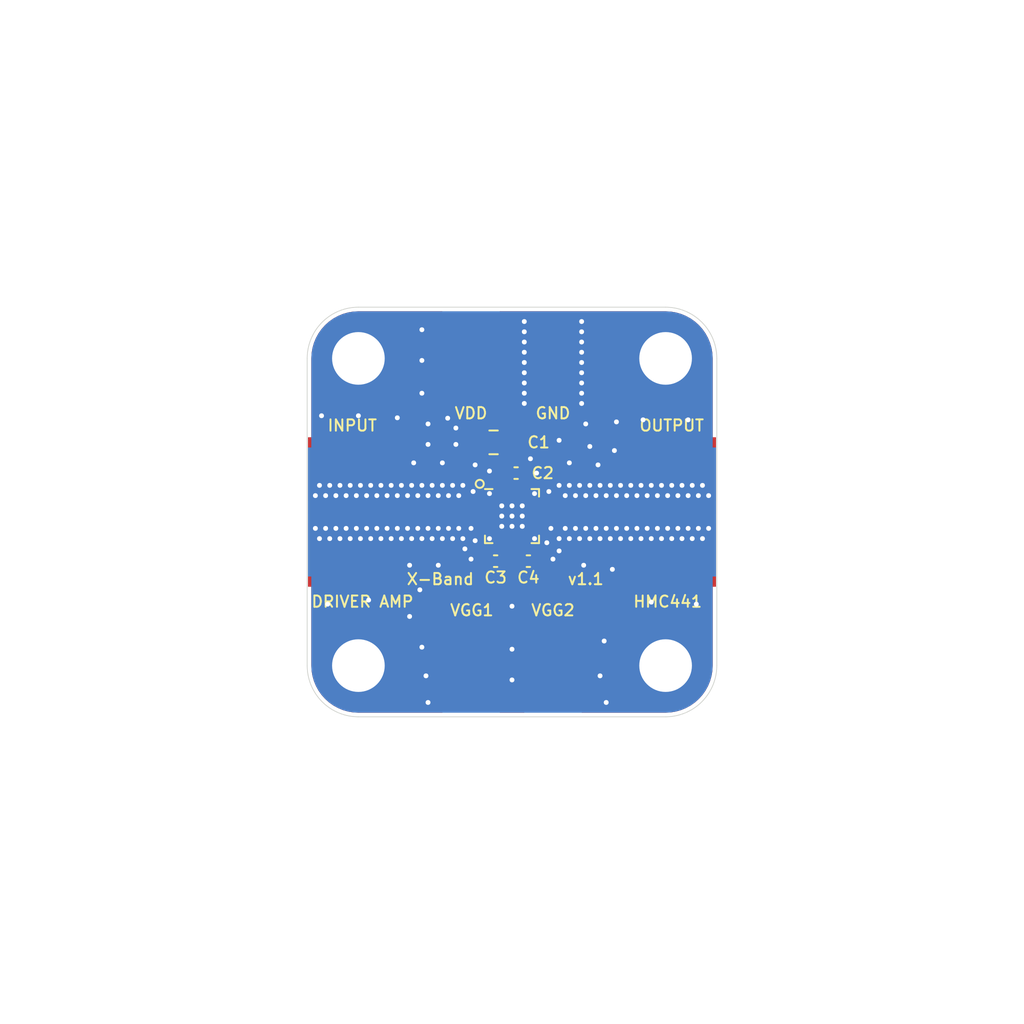
<source format=kicad_pcb>
(kicad_pcb (version 20240108) (generator "pcbnew") (generator_version "8.0")
  (title_block (title "X-Band Amp") (date "2024-07-13") (rev "v1.1") (company "openEPR") (comment 1 "Timothy Keller"))
  (layers (0 "F.Cu" signal) (1 "In1.Cu" signal) (2 "In2.Cu" signal) (31 "B.Cu" signal) (34 "B.Paste" user) (35 "F.Paste" user) (36 "B.SilkS" user "B.Silkscreen") (37 "F.SilkS" user "F.Silkscreen") (38 "B.Mask" user) (39 "F.Mask" user) (44 "Edge.Cuts" user))
  (net 0 "")
  (net 1 "GND")
  (net 2 "Net-(J1-In)")
  (net 3 "Net-(J2-In)")
  (net 4 "VD")
  (net 5 "VGG1")
  (net 6 "VGG2")
  (footprint "Capacitor_SMD:C_0402_1005Metric" (layer "F.Cu") (at 138.684 66.548)
    (property "Reference" "C3" (at 0 1.016 0) (layer "F.SilkS") (effects (font (size 0.7 0.7) (thickness 0.12))))
    (property "Value" "100pF")
    (fp_line (start -0.107836 -0.36) (end 0.107836 -0.36) (stroke (width 0.12)) (layer "F.SilkS"))
    (fp_line (start -0.107836 0.36) (end 0.107836 0.36) (stroke (width 0.12)) (layer "F.SilkS"))
    (pad "1" smd roundrect (at -0.48 0) (size 0.56 0.62) (layers "F.Cu" "F.Paste" "F.Mask") (net 1 "GND"))
    (pad "2" smd roundrect (at 0.48 0) (size 0.56 0.62) (layers "F.Cu" "F.Paste" "F.Mask") (net 5 "VGG1"))
  )
  (footprint "Capacitor_SMD:C_0805_2012Metric" (layer "F.Cu") (at 138.557 59.182)
    (property "Reference" "C1" (at 2.794 0 0) (layer "F.SilkS") (effects (font (size 0.7 0.7) (thickness 0.12))))
    (property "Value" "10nF")
    (fp_line (start -0.261252 -0.735) (end 0.261252 -0.735) (stroke (width 0.12)) (layer "F.SilkS"))
    (fp_line (start -0.261252 0.735) (end 0.261252 0.735) (stroke (width 0.12)) (layer "F.SilkS"))
    (pad "1" smd roundrect (at -0.95 0) (size 1 1.45) (layers "F.Cu" "F.Paste" "F.Mask") (net 1 "GND"))
    (pad "2" smd roundrect (at 0.95 0) (size 1 1.45) (layers "F.Cu" "F.Paste" "F.Mask") (net 4 "VD"))
  )
  (footprint "Capacitor_SMD:C_0402_1005Metric" (layer "F.Cu") (at 140.716 66.548)
    (property "Reference" "C4" (at 0 1.016 360) (layer "F.SilkS") (effects (font (size 0.7 0.7) (thickness 0.12))))
    (property "Value" "100pF")
    (fp_line (start -0.107836 -0.36) (end 0.107836 -0.36) (stroke (width 0.12)) (layer "F.SilkS"))
    (fp_line (start -0.107836 0.36) (end 0.107836 0.36) (stroke (width 0.12)) (layer "F.SilkS"))
    (pad "1" smd roundrect (at -0.48 0) (size 0.56 0.62) (layers "F.Cu" "F.Paste" "F.Mask") (net 6 "VGG2"))
    (pad "2" smd roundrect (at 0.48 0) (size 0.56 0.62) (layers "F.Cu" "F.Paste" "F.Mask") (net 1 "GND"))
  )
  (footprint "_tim-RF:AMPHENOL_901-10513-3_EDGE_LAUNCH_Female" (layer "F.Cu") (at 152.35 63.5 90)
    (property "Reference" "J2" (hide yes))
    (property "Value" "901-10513-3" (hide yes))
    (pad "1" smd roundrect (at 0 -0.5 90) (size 0.35 1) (layers "F.Cu" "F.Paste" "F.Mask") (net 3 "Net-(J2-In)"))
    (pad "2" smd rect (at -2.635 -2.75 90) (size 4 5.5) (layers "F.Cu" "F.Paste" "F.Mask") (net 1 "GND"))
    (pad "2" smd rect (at 0 -1.5 90) (size 8 3) (layers "B.Cu" "B.Paste" "B.Mask") (net 1 "GND"))
    (pad "2" smd rect (at 2.635 -2.75 90) (size 4 5.5) (layers "F.Cu" "F.Paste" "F.Mask") (net 1 "GND"))
  )
  (footprint "_tim-RF:AMPHENOL_901-10513-3_EDGE_LAUNCH_Female" (layer "F.Cu") (at 127.05 63.5 -90)
    (property "Reference" "J1" (hide yes))
    (property "Value" "901-10513-3" (hide yes))
    (pad "1" smd roundrect (at 0 -0.5 270) (size 0.35 1) (layers "F.Cu" "F.Paste" "F.Mask") (net 2 "Net-(J1-In)"))
    (pad "2" smd rect (at -2.635 -2.75 270) (size 4 5.5) (layers "F.Cu" "F.Paste" "F.Mask") (net 1 "GND"))
    (pad "2" smd rect (at 0 -1.5 270) (size 8 3) (layers "B.Cu" "B.Paste" "B.Mask") (net 1 "GND"))
    (pad "2" smd rect (at 2.635 -2.75 270) (size 4 5.5) (layers "F.Cu" "F.Paste" "F.Mask") (net 1 "GND"))
  )
  (footprint "_tim-Mounting-Holes:4-40_Hole_Pad" (layer "F.Cu") (at 149.225 53.975)
    (property "Reference" "H2" (hide yes))
    (property "Value" "4-40" (hide yes))
    (pad "1" thru_hole circle (at 0 0) (size 5.5626 5.5626) (drill 3.2639) (layers "*.Cu" "*.Mask") (net 1 "GND"))
  )
  (footprint "_tim-Mounting-Holes:4-40_Hole_Pad" (layer "F.Cu") (at 130.175 73.025)
    (property "Reference" "H3" (hide yes))
    (property "Value" "4-40" (hide yes))
    (pad "1" thru_hole circle (at 0 0) (size 5.5626 5.5626) (drill 3.2639) (layers "*.Cu" "*.Mask") (net 1 "GND"))
  )
  (footprint "B12T_Hittite:HMC441LP3ETR" (layer "F.Cu") (at 139.7 63.754)
    (property "Reference" "U1" (hide yes))
    (property "Value" "HMC441LP3E" (hide yes))
    (fp_line (start -1.6764 1.209741) (end -1.6764 1.6764) (stroke (width 0.12)) (layer "F.SilkS"))
    (fp_line (start -1.6764 1.6764) (end -1.209741 1.6764) (stroke (width 0.12)) (layer "F.SilkS"))
    (fp_line (start -1.209741 -1.6764) (end -1.6764 -1.6764) (stroke (width 0.12)) (layer "F.SilkS"))
    (fp_line (start 1.209741 1.6764) (end 1.6764 1.6764) (stroke (width 0.12)) (layer "F.SilkS"))
    (fp_line (start 1.6764 -1.6764) (end 1.209741 -1.6764) (stroke (width 0.12)) (layer "F.SilkS"))
    (fp_line (start 1.6764 -1.209741) (end 1.6764 -1.6764) (stroke (width 0.12)) (layer "F.SilkS"))
    (fp_line (start 1.6764 1.6764) (end 1.6764 1.209741) (stroke (width 0.12)) (layer "F.SilkS"))
    (fp_circle (center -2 -2) (end -2.25 -2) (stroke (width 0.12)) (fill none) (layer "F.SilkS"))
    (pad "1" smd rect (at -1.4986 -0.750001 90) (size 0.254 0.7112) (layers "F.Cu" "F.Paste" "F.Mask") (net 1 "GND"))
    (pad "2" smd rect (at -1.4986 -0.25 90) (size 0.254 0.7112) (layers "F.Cu" "F.Paste" "F.Mask") (net 2 "Net-(J1-In)"))
    (pad "3" smd rect (at -1.4986 0.25 90) (size 0.254 0.7112) (layers "F.Cu" "F.Paste" "F.Mask") (net 1 "GND"))
    (pad "4" smd rect (at -1.4986 0.750001 90) (size 0.254 0.7112) (layers "F.Cu" "F.Paste" "F.Mask") (net 1 "GND"))
    (pad "5" smd rect (at -0.750001 1.4986) (size 0.254 0.7112) (layers "F.Cu" "F.Paste" "F.Mask") (net 1 "GND"))
    (pad "6" smd rect (at -0.25 1.4986) (size 0.254 0.7112) (layers "F.Cu" "F.Paste" "F.Mask") (net 5 "VGG1"))
    (pad "7" smd rect (at 0.25 1.4986) (size 0.254 0.7112) (layers "F.Cu" "F.Paste" "F.Mask") (net 6 "VGG2"))
    (pad "8" smd rect (at 0.750001 1.4986) (size 0.254 0.7112) (layers "F.Cu" "F.Paste" "F.Mask") (net 1 "GND"))
    (pad "9" smd rect (at 1.4986 0.750001 90) (size 0.254 0.7112) (layers "F.Cu" "F.Paste" "F.Mask") (net 1 "GND"))
    (pad "10" smd rect (at 1.4986 0.25 90) (size 0.254 0.7112) (layers "F.Cu" "F.Paste" "F.Mask") (net 1 "GND"))
    (pad "11" smd rect (at 1.4986 -0.25 90) (size 0.254 0.7112) (layers "F.Cu" "F.Paste" "F.Mask") (net 3 "Net-(J2-In)"))
    (pad "12" smd rect (at 1.4986 -0.750001 90) (size 0.254 0.7112) (layers "F.Cu" "F.Paste" "F.Mask") (net 1 "GND"))
    (pad "13" smd rect (at 0.750001 -1.4986) (size 0.254 0.7112) (layers "F.Cu" "F.Paste" "F.Mask") (net 1 "GND"))
    (pad "14" smd rect (at 0.25 -1.4986) (size 0.254 0.7112) (layers "F.Cu" "F.Paste" "F.Mask") (net 1 "GND"))
    (pad "15" smd rect (at -0.25 -1.4986) (size 0.254 0.7112) (layers "F.Cu" "F.Paste" "F.Mask") (net 4 "VD"))
    (pad "16" smd rect (at -0.750001 -1.4986) (size 0.254 0.7112) (layers "F.Cu" "F.Paste" "F.Mask") (net 1 "GND"))
    (pad "17" thru_hole circle (at -0.635 -0.635) (size 0.508 0.508) (drill 0.3048) (layers "*.Cu" "F.Mask") (net 1 "GND"))
    (pad "17" thru_hole circle (at -0.635 0) (size 0.508 0.508) (drill 0.3048) (layers "*.Cu" "F.Mask") (net 1 "GND"))
    (pad "17" thru_hole circle (at -0.635 0.635) (size 0.508 0.508) (drill 0.3048) (layers "*.Cu" "F.Mask") (net 1 "GND"))
    (pad "17" thru_hole circle (at 0 -0.635) (size 0.508 0.508) (drill 0.3048) (layers "*.Cu" "F.Mask") (net 1 "GND"))
    (pad "17" thru_hole circle (at 0 0) (size 0.508 0.508) (drill 0.3048) (layers "*.Cu" "F.Mask") (net 1 "GND"))
    (pad "17" smd rect (at 0 0) (size 1.9558 1.9558) (layers "F.Cu" "F.Paste" "F.Mask") (net 1 "GND"))
    (pad "17" thru_hole circle (at 0 0.635) (size 0.508 0.508) (drill 0.3048) (layers "*.Cu" "F.Mask") (net 1 "GND"))
    (pad "17" thru_hole circle (at 0.635 -0.635) (size 0.508 0.508) (drill 0.3048) (layers "*.Cu" "F.Mask") (net 1 "GND"))
    (pad "17" thru_hole circle (at 0.635 0) (size 0.508 0.508) (drill 0.3048) (layers "*.Cu" "F.Mask") (net 1 "GND"))
    (pad "17" thru_hole circle (at 0.635 0.635) (size 0.508 0.508) (drill 0.3048) (layers "*.Cu" "F.Mask") (net 1 "GND"))
  )
  (footprint "Capacitor_SMD:C_0402_1005Metric" (layer "F.Cu") (at 139.954 61.087 180)
    (property "Reference" "C2" (at -1.651 0 180) (layer "F.SilkS") (effects (font (size 0.7 0.7) (thickness 0.12))))
    (property "Value" "100pF")
    (fp_line (start -0.107836 0.36) (end 0.107836 0.36) (stroke (width 0.12)) (layer "F.SilkS"))
    (fp_line (start -0.107836 -0.36) (end 0.107836 -0.36) (stroke (width 0.12)) (layer "F.SilkS"))
    (pad "1" smd roundrect (at -0.48 0 180) (size 0.56 0.62) (layers "F.Cu" "F.Paste" "F.Mask") (net 1 "GND"))
    (pad "2" smd roundrect (at 0.48 0 180) (size 0.56 0.62) (layers "F.Cu" "F.Paste" "F.Mask") (net 4 "VD"))
  )
  (footprint "_tim-Mounting-Holes:4-40_Hole_Pad" (layer "F.Cu") (at 149.225 73.025)
    (property "Reference" "H4" (hide yes))
    (property "Value" "4-40" (hide yes))
    (pad "1" thru_hole circle (at 0 0) (size 5.5626 5.5626) (drill 3.2639) (layers "*.Cu" "*.Mask") (net 1 "GND"))
  )
  (footprint "_tim-Mounting-Holes:4-40_Hole_Pad" (layer "F.Cu") (at 130.175 53.975)
    (property "Reference" "H1" (hide yes))
    (property "Value" "4-40" (hide yes))
    (pad "1" thru_hole circle (at 0 0) (size 5.5626 5.5626) (drill 3.2639) (layers "*.Cu" "*.Mask") (net 1 "GND"))
  )
  (gr_line (start 152.4 53.975) (end 152.4 73.025) (stroke (width 0.05)) (layer "Edge.Cuts"))
  (gr_line (start 130.175 50.8) (end 149.225 50.8) (stroke (width 0.05)) (layer "Edge.Cuts"))
  (gr_arc (start 149.225 50.8) (mid 151.470064 51.729936) (end 152.4 53.975) (stroke (width 0.05)) (layer "Edge.Cuts"))
  (gr_arc (start 130.175 76.2) (mid 127.929936 75.270064) (end 127 73.025) (stroke (width 0.05)) (layer "Edge.Cuts"))
  (gr_line (start 149.225 76.2) (end 130.175 76.2) (stroke (width 0.05)) (layer "Edge.Cuts"))
  (gr_line (start 127 73.025) (end 127 53.975) (stroke (width 0.05)) (layer "Edge.Cuts"))
  (gr_arc (start 152.4 73.025) (mid 151.470064 75.270064) (end 149.225 76.2) (stroke (width 0.05)) (layer "Edge.Cuts"))
  (gr_arc (start 127 53.975) (mid 127.929936 51.729936) (end 130.175 50.8) (stroke (width 0.05)) (layer "Edge.Cuts"))
  (gr_text "OUTPUT" (at 149.606 58.547 0) (layer "F.SilkS") (effects (font (size 0.7 0.7) (thickness 0.12)) (justify bottom)))
  (gr_text "HMC441" (at 149.352 69.469 0) (layer "F.SilkS") (effects (font (size 0.7 0.7) (thickness 0.12)) (justify bottom)))
  (gr_text "VDD" (at 137.16 57.785 0) (layer "F.SilkS") (effects (font (size 0.7 0.7) (thickness 0.12)) (justify bottom)))
  (gr_text "${REVISION}" (at 144.272 68.072 0) (layer "F.SilkS") (effects (font (size 0.7 0.7) (thickness 0.12)) (justify bottom)))
  (gr_text "X-Band" (at 135.255 68.072 0) (layer "F.SilkS") (effects (font (size 0.7 0.7) (thickness 0.12)) (justify bottom)))
  (gr_text "VGG2" (at 142.24 70.0024 0) (layer "F.SilkS") (effects (font (size 0.7 0.7) (thickness 0.12)) (justify bottom)))
  (gr_text "VGG1" (at 137.2108 70.0024 0) (layer "F.SilkS") (effects (font (size 0.7 0.7) (thickness 0.12)) (justify bottom)))
  (gr_text "DRIVER AMP" (at 130.429 69.469 0) (layer "F.SilkS") (effects (font (size 0.7 0.7) (thickness 0.12)) (justify bottom)))
  (gr_text "GND" (at 142.24 57.785 0) (layer "F.SilkS") (effects (font (size 0.7 0.7) (thickness 0.12)) (justify bottom)))
  (gr_text "INPUT" (at 129.794 58.547 0) (layer "F.SilkS") (effects (font (size 0.7 0.7) (thickness 0.12)) (justify bottom)))
  (segment (start 138.949999 64.504001) (end 139.065 64.389) (width 0.25) (layer "F.Cu") (net 1))
  (segment (start 139.95 62.2554) (end 139.95 62.869) (width 0.25) (layer "F.Cu") (net 1))
  (segment (start 140.450001 63.003999) (end 140.335 63.119) (width 0.25) (layer "F.Cu") (net 1))
  (segment (start 140.585 64.004) (end 140.335 63.754) (width 0.25) (layer "F.Cu") (net 1))
  (segment (start 138.2014 63.003999) (end 138.949999 63.003999) (width 0.25) (layer "F.Cu") (net 1))
  (segment (start 138.949999 63.003999) (end 139.7 63.754) (width 0.25) (layer "F.Cu") (net 1))
  (segment (start 140.450001 65.2526) (end 140.450001 64.504001) (width 0.25) (layer "F.Cu") (net 1))
  (segment (start 138.949999 63.003999) (end 139.065 63.119) (width 0.25) (layer "F.Cu") (net 1))
  (segment (start 138.2014 64.004) (end 138.815 64.004) (width 0.25) (layer "F.Cu") (net 1))
  (segment (start 138.949999 65.2526) (end 138.949999 64.504001) (width 0.25) (layer "F.Cu") (net 1))
  (segment (start 141.1986 63.003999) (end 140.450001 63.003999) (width 0.25) (layer "F.Cu") (net 1))
  (segment (start 141.1986 64.004) (end 140.585 64.004) (width 0.25) (layer "F.Cu") (net 1))
  (segment (start 140.450001 64.504001) (end 140.335 64.389) (width 0.25) (layer "F.Cu") (net 1))
  (segment (start 138.815 64.004) (end 139.065 63.754) (width 0.25) (layer "F.Cu") (net 1))
  (segment (start 138.949999 62.2554) (end 138.949999 63.003999) (width 0.25) (layer "F.Cu") (net 1))
  (segment (start 139.95 62.869) (end 139.7 63.119) (width 0.25) (layer "F.Cu") (net 1))
  (via (at 140.462 52.324) (size 0.6) (drill 0.3) (layers "F.Cu" "B.Cu") (net 1))
  (via (at 148.082 62.484) (size 0.6) (drill 0.3) (layers "F.Cu" "B.Cu") (net 1))
  (via (at 140.462 56.769) (size 0.6) (drill 0.3) (layers "F.Cu" "B.Cu") (net 1))
  (via (at 132.588 62.484) (size 0.6) (drill 0.3) (layers "F.Cu" "B.Cu") (net 1))
  (via (at 143.256 61.849) (size 0.6) (drill 0.3) (layers "F.Cu" "B.Cu") (net 1))
  (via (at 137.287 62.23) (size 0.6) (drill 0.3) (layers "F.Cu" "B.Cu") (net 1))
  (via (at 133.858 62.484) (size 0.6) (drill 0.3) (layers "F.Cu" "B.Cu") (net 1))
  (via (at 131.953 64.516) (size 0.6) (drill 0.3) (layers "F.Cu" "B.Cu") (net 1))
  (via (at 132.842 61.849) (size 0.6) (drill 0.3) (layers "F.Cu" "B.Cu") (net 1))
  (via (at 130.048 64.516) (size 0.6) (drill 0.3) (layers "F.Cu" "B.Cu") (net 1))
  (via (at 147.447 62.484) (size 0.6) (drill 0.3) (layers "F.Cu" "B.Cu") (net 1))
  (via (at 148.717 62.484) (size 0.6) (drill 0.3) (layers "F.Cu" "B.Cu") (net 1))
  (via (at 133.477 61.849) (size 0.6) (drill 0.3) (layers "F.Cu" "B.Cu") (net 1))
  (via (at 146.177 64.516) (size 0.6) (drill 0.3) (layers "F.Cu" "B.Cu") (net 1))
  (via (at 148.971 61.849) (size 0.6) (drill 0.3) (layers "F.Cu" "B.Cu") (net 1))
  (via (at 148.717 64.516) (size 0.6) (drill 0.3) (layers "F.Cu" "B.Cu") (net 1))
  (via (at 136.017 61.849) (size 0.6) (drill 0.3) (layers "F.Cu" "B.Cu") (net 1))
  (via (at 140.462 52.959) (size 0.6) (drill 0.3) (layers "F.Cu" "B.Cu") (net 1))
  (via (at 137.16 66.421) (size 0.6) (drill 0.3) (layers "F.Cu" "B.Cu") (net 1))
  (via (at 149.606 65.151) (size 0.6) (drill 0.3) (layers "F.Cu" "B.Cu") (net 1))
  (via (at 134.112 56.134) (size 0.6) (drill 0.3) (layers "F.Cu" "B.Cu") (net 1))
  (via (at 134.493 62.484) (size 0.6) (drill 0.3) (layers "F.Cu" "B.Cu") (net 1))
  (via (at 144.018 56.134) (size 0.6) (drill 0.3) (layers "F.Cu" "B.Cu") (net 1))
  (via (at 149.987 64.516) (size 0.6) (drill 0.3) (layers "F.Cu" "B.Cu") (net 1))
  (via (at 142.621 61.849) (size 0.6) (drill 0.3) (layers "F.Cu" "B.Cu") (net 1))
  (via (at 132.842 65.151) (size 0.6) (drill 0.3) (layers "F.Cu" "B.Cu") (net 1))
  (via (at 144.018 51.689) (size 0.6) (drill 0.3) (layers "F.Cu" "B.Cu") (net 1))
  (via (at 134.493 58.039) (size 0.6) (drill 0.3) (layers "F.Cu" "B.Cu") (net 1))
  (via (at 135.763 62.484) (size 0.6) (drill 0.3) (layers "F.Cu" "B.Cu") (net 1))
  (via (at 143.256 60.452) (size 0.6) (drill 0.3) (layers "F.Cu" "B.Cu") (net 1))
  (via (at 147.066 61.849) (size 0.6) (drill 0.3) (layers "F.Cu" "B.Cu") (net 1))
  (via (at 149.606 61.849) (size 0.6) (drill 0.3) (layers "F.Cu" "B.Cu") (net 1))
  (via (at 144.018 54.864) (size 0.6) (drill 0.3) (layers "F.Cu" "B.Cu") (net 1))
  (via (at 135.128 62.484) (size 0.6) (drill 0.3) (layers "F.Cu" "B.Cu") (net 1))
  (via (at 145.796 65.151) (size 0.6) (drill 0.3) (layers "F.Cu" "B.Cu") (net 1))
  (via (at 143.891 65.151) (size 0.6) (drill 0.3) (layers "F.Cu" "B.Cu") (net 1))
  (via (at 134.366 73.66) (size 0.6) (drill 0.3) (layers "F.Cu" "B.Cu") (net 1))
  (via (at 150.241 65.151) (size 0.6) (drill 0.3) (layers "F.Cu" "B.Cu") (net 1))
  (via (at 139.7 69.342) (size 0.6) (drill 0.3) (layers "F.Cu" "B.Cu") (net 1))
  (via (at 148.336 69.088) (size 0.6) (drill 0.3) (layers "F.Cu" "B.Cu") (net 1))
  (via (at 149.352 62.484) (size 0.6) (drill 0.3) (layers "F.Cu" "B.Cu") (net 1))
  (via (at 144.272 62.484) (size 0.6) (drill 0.3) (layers "F.Cu" "B.Cu") (net 1))
  (via (at 133.223 62.484) (size 0.6) (drill 0.3) (layers "F.Cu" "B.Cu") (net 1))
  (via (at 140.462 51.689) (size 0.6) (drill 0.3) (layers "F.Cu" "B.Cu") (net 1))
  (via (at 140.462 54.229) (size 0.6) (drill 0.3) (layers "F.Cu" "B.Cu") (net 1))
  (via (at 132.588 64.516) (size 0.6) (drill 0.3) (layers "F.Cu" "B.Cu") (net 1))
  (via (at 148.336 61.849) (size 0.6) (drill 0.3) (layers "F.Cu" "B.Cu") (net 1))
  (via (at 131.953 62.484) (size 0.6) (drill 0.3) (layers "F.Cu" "B.Cu") (net 1))
  (via (at 140.843 60.198) (size 0.6) (drill 0.3) (layers "F.Cu" "B.Cu") (net 1))
  (via (at 140.462 55.499) (size 0.6) (drill 0.3) (layers "F.Cu" "B.Cu") (net 1))
  (via (at 143.891 61.849) (size 0.6) (drill 0.3) (layers "F.Cu" "B.Cu") (net 1))
  (via (at 142.113 64.516) (size 0.6) (drill 0.3) (layers "F.Cu" "B.Cu") (net 1))
  (via (at 144.018 55.499) (size 0.6) (drill 0.3) (layers "F.Cu" "B.Cu") (net 1))
  (via (at 150.622 62.484) (size 0.6) (drill 0.3) (layers "F.Cu" "B.Cu") (net 1))
  (via (at 128.397 61.849) (size 0.6) (drill 0.3) (layers "F.Cu" "B.Cu") (net 1))
  (via (at 135.382 61.849) (size 0.6) (drill 0.3) (layers "F.Cu" "B.Cu") (net 1))
  (via (at 146.177 57.912) (size 0.6) (drill 0.3) (layers "F.Cu" "B.Cu") (net 1))
  (via (at 144.018 54.229) (size 0.6) (drill 0.3) (layers "F.Cu" "B.Cu") (net 1))
  (via (at 135.382 65.151) (size 0.6) (drill 0.3) (layers "F.Cu" "B.Cu") (net 1))
  (via (at 137.414 65.278) (size 0.6) (drill 0.3) (layers "F.Cu" "B.Cu") (net 1))
  (via (at 127.889 57.531) (size 0.6) (drill 0.3) (layers "F.Cu" "B.Cu") (net 1))
  (via (at 129.032 65.151) (size 0.6) (drill 0.3) (layers "F.Cu" "B.Cu") (net 1))
  (via (at 150.241 61.849) (size 0.6) (drill 0.3) (layers "F.Cu" "B.Cu") (net 1))
  (via (at 134.493 59.309) (size 0.6) (drill 0.3) (layers "F.Cu" "B.Cu") (net 1))
  (via (at 133.35 66.802) (size 0.6) (drill 0.3) (layers "F.Cu" "B.Cu") (net 1))
  (via (at 132.207 65.151) (size 0.6) (drill 0.3) (layers "F.Cu" "B.Cu") (net 1))
  (via (at 145.542 64.516) (size 0.6) (drill 0.3) (layers "F.Cu" "B.Cu") (net 1))
  (via (at 146.812 62.484) (size 0.6) (drill 0.3) (layers "F.Cu" "B.Cu") (net 1))
  (via (at 145.161 65.151) (size 0.6) (drill 0.3) (layers "F.Cu" "B.Cu") (net 1))
  (via (at 136.652 65.151) (size 0.6) (drill 0.3) (layers "F.Cu" "B.Cu") (net 1))
  (via (at 135.128 64.516) (size 0.6) (drill 0.3) (layers "F.Cu" "B.Cu") (net 1))
  (via (at 144.526 59.436) (size 0.6) (drill 0.3) (layers "F.Cu" "B.Cu") (net 1))
  (via (at 133.35 69.977) (size 0.6) (drill 0.3) (layers "F.Cu" "B.Cu") (net 1))
  (via (at 143.002 64.516) (size 0.6) (drill 0.3) (layers "F.Cu" "B.Cu") (net 1))
  (via (at 151.511 61.849) (size 0.6) (drill 0.3) (layers "F.Cu" "B.Cu") (net 1))
  (via (at 142.621 65.913) (size 0.6) (drill 0.3) (layers "F.Cu" "B.Cu") (net 1))
  (via (at 145.161 61.849) (size 0.6) (drill 0.3) (layers "F.Cu" "B.Cu") (net 1))
  (via (at 136.398 62.484) (size 0.6) (drill 0.3) (layers "F.Cu" "B.Cu") (net 1))
  (via (at 138.303 62.357) (size 0.6) (drill 0.3) (layers "F.Cu" "B.Cu") (net 1))
  (via (at 150.876 61.849) (size 0.6) (drill 0.3) (layers "F.Cu" "B.Cu") (net 1))
  (via (at 133.985 68.326) (size 0.6) (drill 0.3) (layers "F.Cu" "B.Cu") (net 1))
  (via (at 145.542 75.311) (size 0.6) (drill 0.3) (layers "F.Cu" "B.Cu") (net 1))
  (via (at 146.05 59.69) (size 0.6) (drill 0.3) (layers "F.Cu" "B.Cu") (net 1))
  (via (at 129.032 61.849) (size 0.6) (drill 0.3) (layers "F.Cu" "B.Cu") (net 1))
  (via (at 138.303 60.96) (size 0.6) (drill 0.3) (layers "F.Cu" "B.Cu") (net 1))
  (via (at 137.16 64.516) (size 0.6) (drill 0.3) (layers "F.Cu" "B.Cu") (net 1))
  (via (at 148.971 65.151) (size 0.6) (drill 0.3) (layers "F.Cu" "B.Cu") (net 1))
  (via (at 127.508 64.516) (size 0.6) (drill 0.3) (layers "F.Cu" "B.Cu") (net 1))
  (via (at 139.7 73.914) (size 0.6) (drill 0.3) (layers "F.Cu" "B.Cu") (net 1))
  (via (at 138.303 65.151) (size 0.6) (drill 0.3) (layers "F.Cu" "B.Cu") (net 1))
  (via (at 151.257 62.484) (size 0.6) (drill 0.3) (layers "F.Cu" "B.Cu") (net 1))
  (via (at 143.002 62.484) (size 0.6) (drill 0.3) (layers "F.Cu" "B.Cu") (net 1))
  (via (at 147.701 65.151) (size 0.6) (drill 0.3) (layers "F.Cu" "B.Cu") (net 1))
  (via (at 145.161 73.66) (size 0.6) (drill 0.3) (layers "F.Cu" "B.Cu") (net 1))
  (via (at 128.143 62.484) (size 0.6) (drill 0.3) (layers "F.Cu" "B.Cu") (net 1))
  (via (at 130.937 61.849) (size 0.6) (drill 0.3) (layers "F.Cu" "B.Cu") (net 1))
  (via (at 144.526 61.849) (size 0.6) (drill 0.3) (layers "F.Cu" "B.Cu") (net 1))
  (via (at 129.667 61.849) (size 0.6) (drill 0.3) (layers "F.Cu" "B.Cu") (net 1))
  (via (at 134.493 64.516) (size 0.6) (drill 0.3) (layers "F.Cu" "B.Cu") (net 1))
  (via (at 139.7 72.009) (size 0.6) (drill 0.3) (layers "F.Cu" "B.Cu") (net 1))
  (via (at 140.462 56.134) (size 0.6) (drill 0.3) (layers "F.Cu" "B.Cu") (net 1))
  (via (at 133.604 60.452) (size 0.6) (drill 0.3) (layers "F.Cu" "B.Cu") (net 1))
  (via (at 127.762 61.849) (size 0.6) (drill 0.3) (layers "F.Cu" "B.Cu") (net 1))
  (via (at 136.017 65.151) (size 0.6) (drill 0.3) (layers "F.Cu" "B.Cu") (net 1))
  (via (at 128.778 64.516) (size 0.6) (drill 0.3) (layers "F.Cu" "B.Cu") (net 1))
  (via (at 142.621 59.055) (size 0.6) (drill 0.3) (layers "F.Cu" "B.Cu") (net 1))
  (via (at 129.667 65.151) (size 0.6) (drill 0.3) (layers "F.Cu" "B.Cu") (net 1))
  (via (at 131.318 62.484) (size 0.6) (drill 0.3) (layers "F.Cu" "B.Cu") (net 1))
  (via (at 148.336 65.151) (size 0.6) (drill 0.3) (layers "F.Cu" "B.Cu") (net 1))
  (via (at 128.143 64.516) (size 0.6) (drill 0.3) (layers "F.Cu" "B.Cu") (net 1))
  (via (at 144.018 53.594) (size 0.6) (drill 0.3) (layers "F.Cu" "B.Cu") (net 1))
  (via (at 151.13 69.215) (size 0.6) (drill 0.3) (layers "F.Cu" "B.Cu") (net 1))
  (via (at 145.034 60.579) (size 0.6) (drill 0.3) (layers "F.Cu" "B.Cu") (net 1))
  (via (at 131.318 64.516) (size 0.6) (drill 0.3) (layers "F.Cu" "B.Cu") (net 1))
  (via (at 135.128 66.802) (size 0.6) (drill 0.3) (layers "F.Cu" "B.Cu") (net 1))
  (via (at 141.097 62.357) (size 0.6) (drill 0.3) (layers "F.Cu" "B.Cu") (net 1))
  (via (at 147.066 65.151) (size 0.6) (drill 0.3) (layers "F.Cu" "B.Cu") (net 1))
  (via (at 133.223 64.516) (size 0.6) (drill 0.3) (layers "F.Cu" "B.Cu") (net 1))
  (via (at 144.018 56.769) (size 0.6) (drill 0.3) (layers "F.Cu" "B.Cu") (net 1))
  (via (at 149.352 64.516) (size 0.6) (drill 0.3) (layers "F.Cu" "B.Cu") (net 1))
  (via (at 145.542 62.484) (size 0.6) (drill 0.3) (layers "F.Cu" "B.Cu") (net 1))
  (via (at 141.859 65.405) (size 0.6) (drill 0.3) (layers "F.Cu" "B.Cu") (net 1))
  (via (at 147.447 64.516) (size 0.6) (drill 0.3) (layers "F.Cu" "B.Cu") (net 1))
  (via (at 130.302 65.151) (size 0.6) (drill 0.3) (layers "F.Cu" "B.Cu") (net 1))
  (via (at 151.892 64.516) (size 0.6) (drill 0.3) (layers "F.Cu" "B.Cu") (net 1))
  (via (at 143.637 64.516) (size 0.6) (drill 0.3) (layers "F.Cu" "B.Cu") (net 1))
  (via (at 128.397 65.151) (size 0.6) (drill 0.3) (layers "F.Cu" "B.Cu") (net 1))
  (via (at 142.24 66.421) (size 0.6) (drill 0.3) (layers "F.Cu" "B.Cu") (net 1))
  (via (at 144.018 52.959) (size 0.6) (drill 0.3) (layers "F.Cu" "B.Cu") (net 1))
  (via (at 150.622 64.516) (size 0.6) (drill 0.3) (layers "F.Cu" "B.Cu") (net 1))
  (via (at 140.462 53.594) (size 0.6) (drill 0.3) (layers "F.Cu" "B.Cu") (net 1))
  (via (at 127.508 62.484) (size 0.6) (drill 0.3) (layers "F.Cu" "B.Cu") (net 1))
  (via (at 130.683 62.484) (size 0.6) (drill 0.3) (layers "F.Cu" "B.Cu") (net 1))
  (via (at 131.572 65.151) (size 0.6) (drill 0.3) (layers "F.Cu" "B.Cu") (net 1))
  (via (at 127.762 65.151) (size 0.6) (drill 0.3) (layers "F.Cu" "B.Cu") (net 1))
  (via (at 150.622 57.785) (size 0.6) (drill 0.3) (layers "F.Cu" "B.Cu") (net 1))
  (via (at 144.907 62.484) (size 0.6) (drill 0.3) (layers "F.Cu" "B.Cu") (net 1))
  (via (at 136.398 64.516) (size 0.6) (drill 0.3) (layers "F.Cu" "B.Cu") (net 1))
  (via (at 132.588 57.658) (size 0.6) (drill 0.3) (layers "F.Cu" "B.Cu") (net 1))
  (via (at 134.112 61.849) (size 0.6) (drill 0.3) (layers "F.Cu" "B.Cu") (net 1))
  (via (at 144.272 64.516) (size 0.6) (drill 0.3) (layers "F.Cu" "B.Cu") (net 1))
  (via (at 128.778 62.484) (size 0.6) (drill 0.3) (layers "F.Cu" "B.Cu") (net 1))
  (via (at 149.987 62.484) (size 0.6) (drill 0.3) (layers "F.Cu" "B.Cu") (net 1))
  (via (at 145.415 71.501) (size 0.6) (drill 0.3) (layers "F.Cu" "B.Cu") (net 1))
  (via (at 151.257 64.516) (size 0.6) (drill 0.3) (layers "F.Cu" "B.Cu") (net 1))
  (via (at 143.256 65.151) (size 0.6) (drill 0.3) (layers "F.Cu" "B.Cu") (net 1))
  (via (at 150.876 65.151) (size 0.6) (drill 0.3) (layers "F.Cu" "B.Cu") (net 1))
  (via (at 130.81 68.961) (size 0.6) (drill 0.3) (layers "F.Cu" "B.Cu") (net 1))
  (via (at 136.779 65.786) (size 0.6) (drill 0.3) (layers "F.Cu" "B.Cu") (net 1))
  (via (at 130.683 64.516) (size 0.6) (drill 0.3) (layers "F.Cu" "B.Cu") (net 1))
  (via (at 146.177 62.484) (size 0.6) (drill 0.3) (layers "F.Cu" "B.Cu") (net 1))
  (via (at 135.7122 57.6834) (size 0.6) (drill 0.3) (layers "F.Cu" "B.Cu") (net 1))
  (via (at 151.892 62.484) (size 0.6) (drill 0.3) (layers "F.Cu" "B.Cu") (net 1))
  (via (at 143.637 62.484) (size 0.6) (drill 0.3) (layers "F.Cu" "B.Cu") (net 1))
  (via (at 130.048 62.484) (size 0.6) (drill 0.3) (layers "F.Cu" "B.Cu") (net 1))
  (via (at 129.413 64.516) (size 0.6) (drill 0.3) (layers "F.Cu" "B.Cu") (net 1))
  (via (at 141.224 61.087) (size 0.6) (drill 0.3) (layers "F.Cu" "B.Cu") (net 1))
  (via (at 136.2202 58.293) (size 0.6) (drill 0.3) (layers "F.Cu" "B.Cu") (net 1))
  (via (at 140.462 54.864) (size 0.6) (drill 0.3) (layers "F.Cu" "B.Cu") (net 1))
  (via (at 144.526 65.151) (size 0.6) (drill 0.3) (layers "F.Cu" "B.Cu") (net 1))
  (via (at 141.986 62.23) (size 0.6) (drill 0.3) (layers "F.Cu" "B.Cu") (net 1))
  (via (at 129.413 62.484) (size 0.6) (drill 0.3) (layers "F.Cu" "B.Cu") (net 1))
  (via (at 134.493 75.311) (size 0.6) (drill 0.3) (layers "F.Cu" "B.Cu") (net 1))
  (via (at 134.112 71.882) (size 0.6) (drill 0.3) (layers "F.Cu" "B.Cu") (net 1))
  (via (at 130.937 65.151) (size 0.6) (drill 0.3) (layers "F.Cu" "B.Cu") (net 1))
  (via (at 147.828 57.785) (size 0.6) (drill 0.3) (layers "F.Cu" "B.Cu") (net 1))
  (via (at 135.763 64.516) (size 0.6) (drill 0.3) (layers "F.Cu" "B.Cu") (net 1))
  (via (at 141.097 65.151) (size 0.6) (drill 0.3) (layers "F.Cu" "B.Cu") (net 1))
  (via (at 133.477 65.151) (size 0.6) (drill 0.3) (layers "F.Cu" "B.Cu") (net 1))
  (via (at 134.112 65.151) (size 0.6) (drill 0.3) (layers "F.Cu" "B.Cu") (net 1))
  (via (at 147.701 61.849) (size 0.6) (drill 0.3) (layers "F.Cu" "B.Cu") (net 1))
  (via (at 145.923 67.056) (size 0.6) (drill 0.3) (layers "F.Cu" "B.Cu") (net 1))
  (via (at 131.572 61.849) (size 0.6) (drill 0.3) (layers "F.Cu" "B.Cu") (net 1))
  (via (at 142.621 65.151) (size 0.6) (drill 0.3) (layers "F.Cu" "B.Cu") (net 1))
  (via (at 133.858 64.516) (size 0.6) (drill 0.3) (layers "F.Cu" "B.Cu") (net 1))
  (via (at 144.018 52.324) (size 0.6) (drill 0.3) (layers "F.Cu" "B.Cu") (net 1))
  (via (at 136.652 61.849) (size 0.6) (drill 0.3) (layers "F.Cu" "B.Cu") (net 1))
  (via (at 135.382 60.452) (size 0.6) (drill 0.3) (layers "F.Cu" "B.Cu") (net 1))
  (via (at 144.145 66.802) (size 0.6) (drill 0.3) (layers "F.Cu" "B.Cu") (net 1))
  (via (at 146.431 65.151) (size 0.6) (drill 0.3) (layers "F.Cu" "B.Cu") (net 1))
  (via (at 134.112 52.197) (size 0.6) (drill 0.3) (layers "F.Cu" "B.Cu") (net 1))
  (via (at 144.272 58.039) (size 0.6) (drill 0.3) (layers "F.Cu" "B.Cu") (net 1))
  (via (at 145.796 61.849) (size 0.6) (drill 0.3) (layers "F.Cu" "B.Cu") (net 1))
  (via (at 134.747 65.151) (size 0.6) (drill 0.3) (layers "F.Cu" "B.Cu") (net 1))
  (via (at 148.082 64.516) (size 0.6) (drill 0.3) (layers "F.Cu" "B.Cu") (net 1))
  (via (at 137.414 60.579) (size 0.6) (drill 0.3) (layers "F.Cu" "B.Cu") (net 1))
  (via (at 134.112 54.102) (size 0.6) (drill 0.3) (layers "F.Cu" "B.Cu") (net 1))
  (via (at 144.907 64.516) (size 0.6) (drill 0.3) (layers "F.Cu" "B.Cu") (net 1))
  (via (at 132.207 61.849) (size 0.6) (drill 0.3) (layers "F.Cu" "B.Cu") (net 1))
  (via (at 128.27 69.215) (size 0.6) (drill 0.3) (layers "F.Cu" "B.Cu") (net 1))
  (via (at 146.812 64.516) (size 0.6) (drill 0.3) (layers "F.Cu" "B.Cu") (net 1))
  (via (at 130.175 57.531) (size 0.6) (drill 0.3) (layers "F.Cu" "B.Cu") (net 1))
  (via (at 130.302 61.849) (size 0.6) (drill 0.3) (layers "F.Cu" "B.Cu") (net 1))
  (via (at 146.431 61.849) (size 0.6) (drill 0.3) (layers "F.Cu" "B.Cu") (net 1))
  (via (at 151.511 65.151) (size 0.6) (drill 0.3) (layers "F.Cu" "B.Cu") (net 1))
  (via (at 136.2202 59.309) (size 0.6) (drill 0.3) (layers "F.Cu" "B.Cu") (net 1))
  (via (at 134.747 61.849) (size 0.6) (drill 0.3) (layers "F.Cu" "B.Cu") (net 1))
  (segment (start 138.1974 63.5) (end 138.2014 63.504) (width 0.25) (layer "F.Cu") (net 2))
  (segment (start 127.55 63.5) (end 137.668 63.5) (width 0.4) (layer "F.Cu") (net 2))
  (segment (start 137.668 63.5) (end 138.1974 63.5) (width 0.25) (layer "F.Cu") (net 2))
  (segment (start 151.85 63.5) (end 141.732 63.5) (width 0.4) (layer "F.Cu") (net 3))
  (segment (start 141.2026 63.5) (end 141.1986 63.504) (width 0.25) (layer "F.Cu") (net 3))
  (segment (start 141.732 63.5) (end 141.2026 63.5) (width 0.25) (layer "F.Cu") (net 3))
  (segment (start 139.474 61.087) (end 139.474 59.215) (width 0.635) (layer "F.Cu") (net 4))
  (segment (start 139.45 61.111) (end 139.474 61.087) (width 0.25) (layer "F.Cu") (net 4))
  (segment (start 139.507 58.354) (end 139.192 58.039) (width 0.635) (layer "F.Cu") (net 4))
  (segment (start 139.192 58.039) (end 137.414 56.261) (width 0.635) (layer "F.Cu") (net 4))
  (segment (start 139.45 62.2554) (end 139.45 61.111) (width 0.25) (layer "F.Cu") (net 4))
  (segment (start 139.474 59.215) (end 139.507 59.182) (width 0.635) (layer "F.Cu") (net 4))
  (segment (start 139.507 59.182) (end 139.507 58.354) (width 0.635) (layer "F.Cu") (net 4))
  (segment (start 139.45 65.2526) (end 139.45 66.262) (width 0.25) (layer "F.Cu") (net 5))
  (segment (start 139.45 66.262) (end 139.164 66.548) (width 0.25) (layer "F.Cu") (net 5))
  (segment (start 139.164 67.8206) (end 137.2108 69.7738) (width 0.635) (layer "F.Cu") (net 5))
  (segment (start 137.2108 69.7738) (end 137.2108 70.8152) (width 0.635) (layer "F.Cu") (net 5))
  (segment (start 139.164 66.548) (end 139.164 67.8206) (width 0.635) (layer "F.Cu") (net 5))
  (segment (start 139.95 65.2526) (end 139.95 66.262) (width 0.25) (layer "F.Cu") (net 6))
  (segment (start 142.2908 69.9008) (end 142.2908 70.612) (width 0.635) (layer "F.Cu") (net 6))
  (segment (start 140.236 67.846) (end 142.2908 69.9008) (width 0.635) (layer "F.Cu") (net 6))
  (segment (start 139.95 66.262) (end 140.236 66.548) (width 0.25) (layer "F.Cu") (net 6))
  (segment (start 140.236 66.548) (end 140.236 67.846) (width 0.635) (layer "F.Cu") (net 6))
  (zone (net 1) (net_name "GND") (layer "F.Cu") (priority 1) (connect_pads yes (clearance 0.4)) (min_thickness 0.254) (fill yes (thermal_gap 0.5) (thermal_bridge_width 0.5))
    (polygon (pts (xy 120.65 44.45) (xy 158.75 44.45) (xy 158.75 82.55) (xy 120.65 82.55)))
  )
  (zone (net 4) (net_name "VD") (layer "F.Cu") (priority 2) (connect_pads yes (clearance 0.508)) (min_thickness 0.25) (fill yes (thermal_gap 0.5) (thermal_bridge_width 0.5))
    (polygon (pts (xy 135.89 51.435) (xy 138.43 51.435) (xy 138.43 56.769) (xy 135.89 56.769)))
  )
  (zone (net 1) (net_name "GND") (layer "F.Cu") (priority 5) (connect_pads yes (clearance 0.254)) (min_thickness 0.25) (fill yes (thermal_gap 0.5) (thermal_bridge_width 0.5))
    (polygon (pts (xy 144.018 61.341) (xy 142.2908 61.341) (xy 141.097 61.722) (xy 141.097 62.23) (xy 146.558 62.23) (xy 146.558 61.341)))
  )
  (zone (net 5) (net_name "VGG1") (layer "F.Cu") (priority 2) (connect_pads yes (clearance 0.508)) (min_thickness 0.25) (fill yes (thermal_gap 0.5) (thermal_bridge_width 0.5))
    (polygon (pts (xy 135.89 70.231) (xy 138.43 70.231) (xy 138.43 75.565) (xy 135.89 75.565)))
  )
  (zone (net 6) (net_name "VGG2") (layer "F.Cu") (priority 2) (connect_pads yes (clearance 0.508)) (min_thickness 0.25) (fill yes (thermal_gap 0.5) (thermal_bridge_width 0.5))
    (polygon (pts (xy 140.97 70.231) (xy 143.51 70.231) (xy 143.51 75.565) (xy 140.97 75.565)))
  )
  (zone (net 1) (net_name "GND") (layers "In1.Cu" "In2.Cu" "B.Cu") (priority 4) (connect_pads yes (clearance 0.254)) (min_thickness 0.25) (fill yes (thermal_gap 0.5) (thermal_bridge_width 0.5))
    (polygon (pts (xy 114.3 38.1) (xy 165.1 38.1) (xy 165.1 88.9) (xy 114.3 88.9)))
  )
)
</source>
